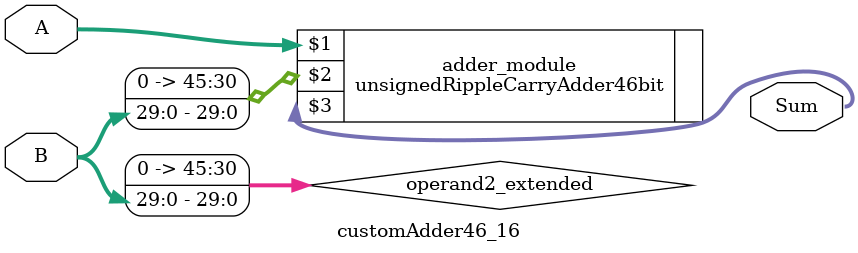
<source format=v>
module customAdder46_16(
                        input [45 : 0] A,
                        input [29 : 0] B,
                        
                        output [46 : 0] Sum
                );

        wire [45 : 0] operand2_extended;
        
        assign operand2_extended =  {16'b0, B};
        
        unsignedRippleCarryAdder46bit adder_module(
            A,
            operand2_extended,
            Sum
        );
        
        endmodule
        
</source>
